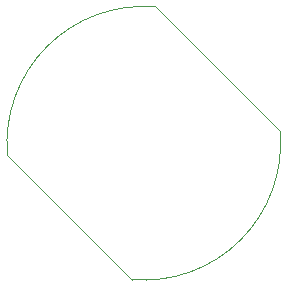
<source format=gbr>
%TF.GenerationSoftware,KiCad,Pcbnew,7.0.10*%
%TF.CreationDate,2024-01-07T23:47:08-08:00*%
%TF.ProjectId,AS5048B,41533530-3438-4422-9e6b-696361645f70,rev?*%
%TF.SameCoordinates,Original*%
%TF.FileFunction,Profile,NP*%
%FSLAX46Y46*%
G04 Gerber Fmt 4.6, Leading zero omitted, Abs format (unit mm)*
G04 Created by KiCad (PCBNEW 7.0.10) date 2024-01-07 23:47:08*
%MOMM*%
%LPD*%
G01*
G04 APERTURE LIST*
%TA.AperFunction,Profile*%
%ADD10C,0.100000*%
%TD*%
G04 APERTURE END LIST*
D10*
X148996255Y-161543069D02*
G75*
G03*
X161543394Y-149000000I1003745J11543069D01*
G01*
X138456930Y-151003745D02*
X148996255Y-161543070D01*
X151000000Y-138456605D02*
X161543395Y-149000000D01*
X151000000Y-138456606D02*
G75*
G03*
X138456931Y-151003745I-1000000J-11543394D01*
G01*
M02*

</source>
